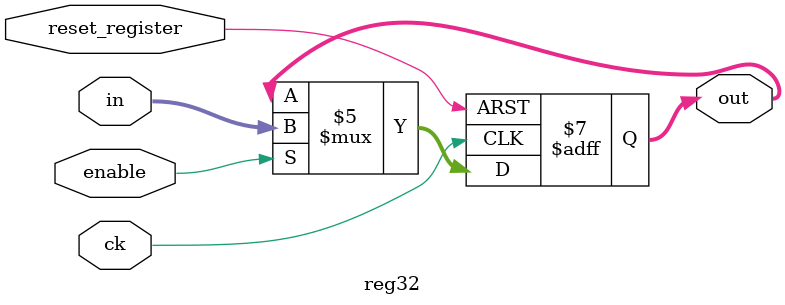
<source format=sv>

module reg32(reset_register,ck,  enable, in, out);
	
	input logic  reset_register,ck, enable;
	input logic[31:0] in;
	output logic[31:0] out;
	
	always@(posedge ck or posedge reset_register) begin
		if(reset_register == 1'b1) begin
			out = 32'b0;
		end
		else if(enable == 1'b1) begin
			out = in;
		end
	end
	
endmodule


</source>
